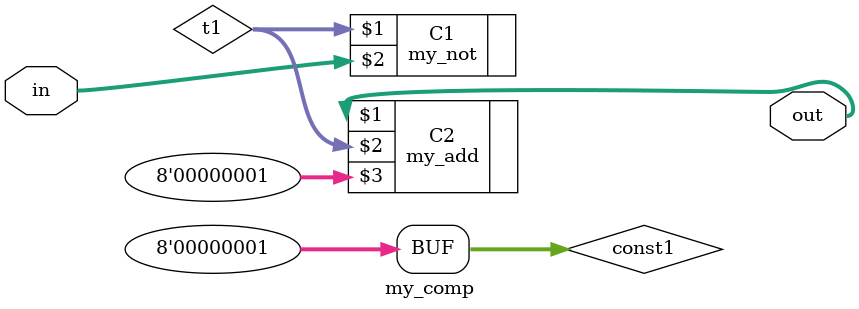
<source format=v>
module my_comp(out, in);
    input [7:0] in;
    output [7:0] out;
    wire [7:0] const1 = 1;
    wire [7:0] t1;
    my_not C1(t1, in);
    my_add C2(out, t1, const1);
endmodule
</source>
